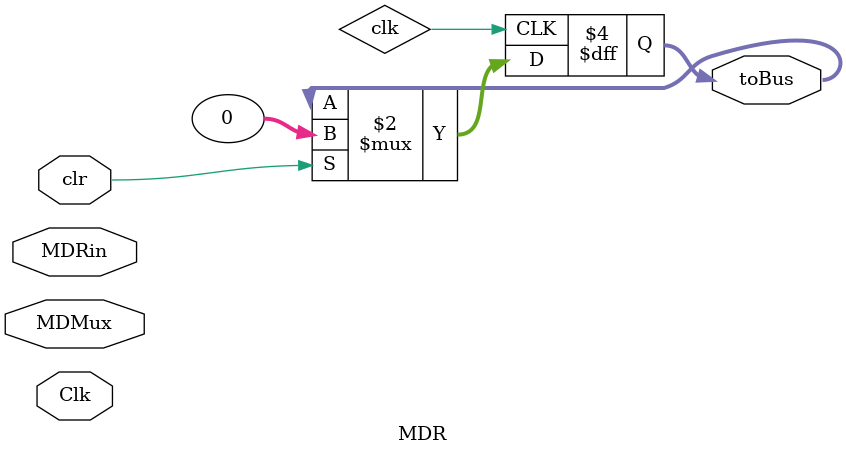
<source format=v>
module MDR(
    input wire clr,
    input wire Clk,
    input wire MDRin, 
    input wire [31:0] MDMux,
    output reg [31:0] toBus
);
    always@(posedge clk or negedge clr) begin
        if (clr) begin
            toBus [31:0] <= 32'b0;
        end
        else if(enable) begin
            q[31:0]<=d[31:0];
        end

    end 

endmodule
</source>
